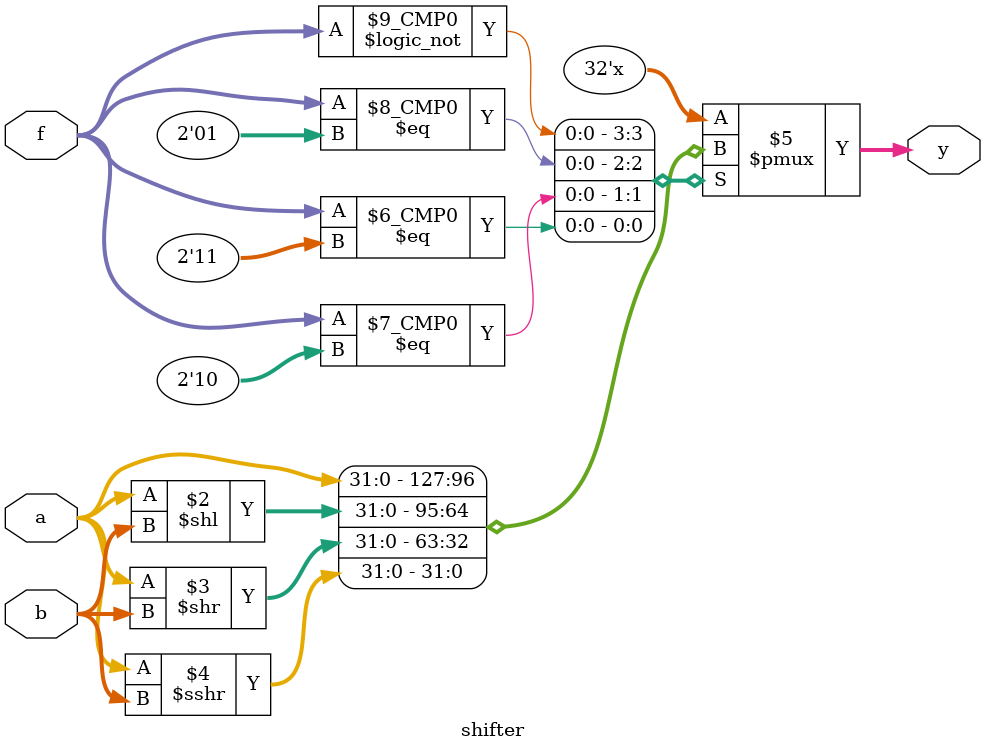
<source format=sv>
`timescale 1ns / 1ps


module shifter #(DATALEN=32) (
    input logic [DATALEN-1:0] a,
    input logic [4:0] b,
    input logic [1:0] f,
    output logic [DATALEN-1:0] y
    );
    
    always_comb
        case (f)
            2'b00: y <= a;
            2'b01: y <= a << b;
            2'b10: y <= a >> b;
            2'b11: y <= a >>> b;
        endcase
    
    
endmodule

</source>
